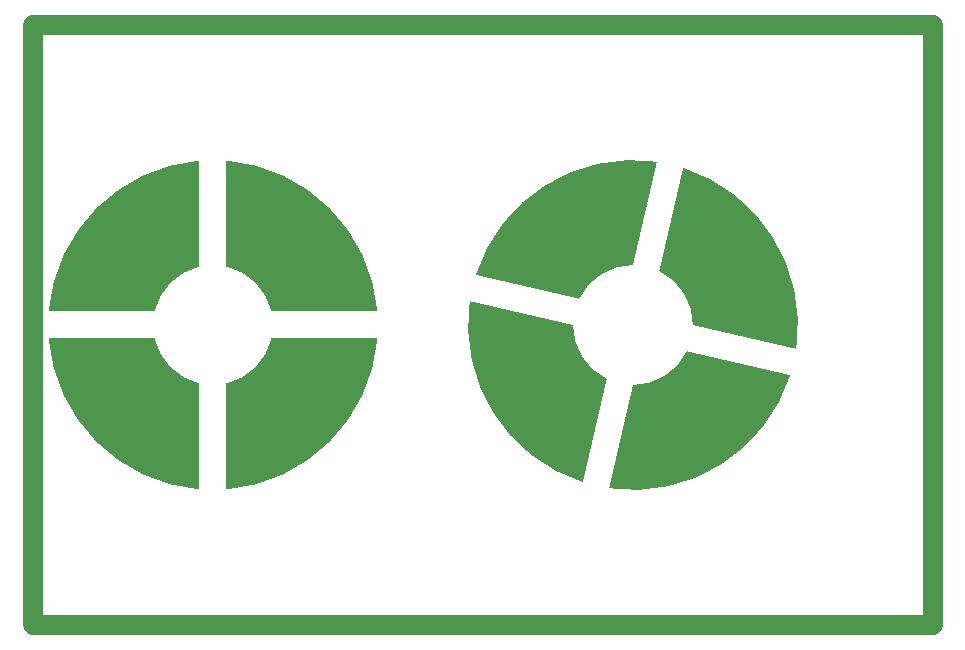
<source format=gbr>
%MOIN*%
%FSLAX23Y23*%
%OFA0.0000B0.0000*%
G90*

%AMTHERMAL*
7,0,0,1.1,0.4,0.09,-13*
%

%AMTHERMAL2*
7,0.1,0,1.1,0.4,0.09,0*
%

%ADD10C,0.0650*%
%ADD19THERMAL*%
%ADD20THERMAL2*%

G04 Draw Thermal *
G54D19*
Y1000X2000D03*

G04 Draw Thermal2 *
G54D20*
Y1000X500D03*

X0Y0D02*
G54D10*
X0Y0D01*
X3000D01*
Y2000D01*
X0D01*
Y0D01*
M02*

</source>
